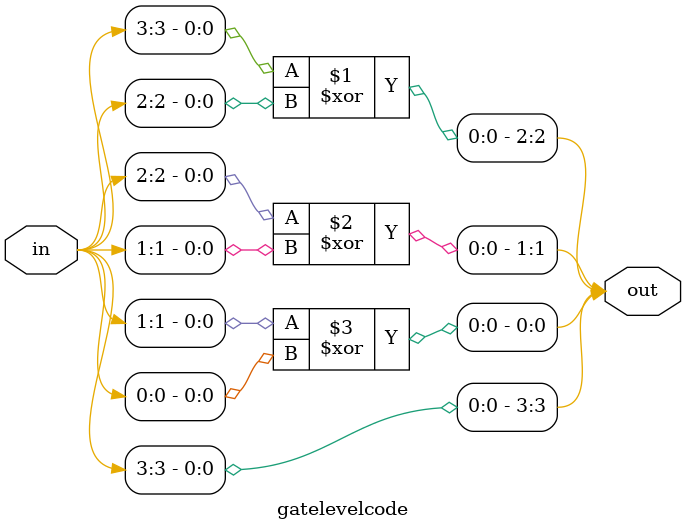
<source format=v>
`timescale 1ns / 1ps
module gatelevelcode(
	input [3:0] in , output [3:0] out 
    );
	
	 buf G1 (out[3],in[3]);
	 xor G2 (out[2],in[3],in[2]);
	 xor G3 (out[1],in[2],in[1]);
	 xor G4 (out[0],in[1],in[0]);
	 
	 endmodule

</source>
